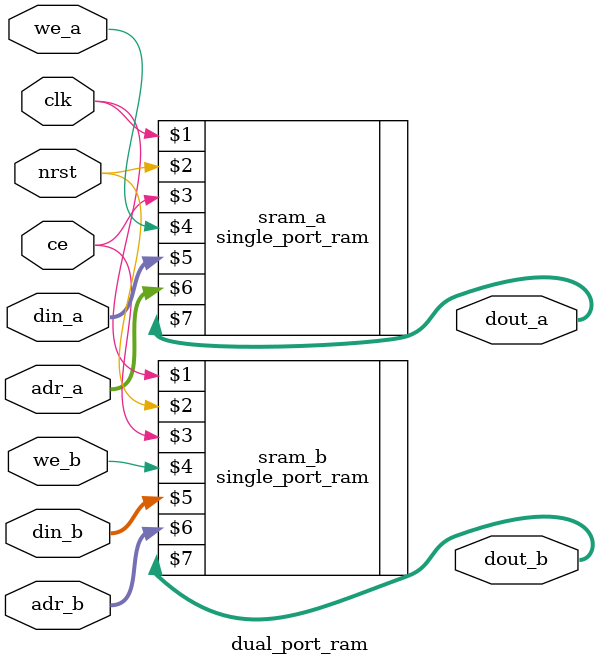
<source format=sv>

`include "single_port_ram.sv"

module dual_port_ram #(parameter dsize = 8, dwith = 8) (
  input clk, nrst, ce, we_a, we_b, 
  input [dwith-1:0]din_a, adr_a, din_b, adr_b,
  output reg [dwith-1 :0]dout_a, dout_b);
  
  single_port_ram sram_a(clk, nrst, ce, we_a, din_a, adr_a, dout_a);
  single_port_ram sram_b(clk, nrst, ce, we_b, din_b, adr_b, dout_b);
  
endmodule
  
  
  
  
</source>
